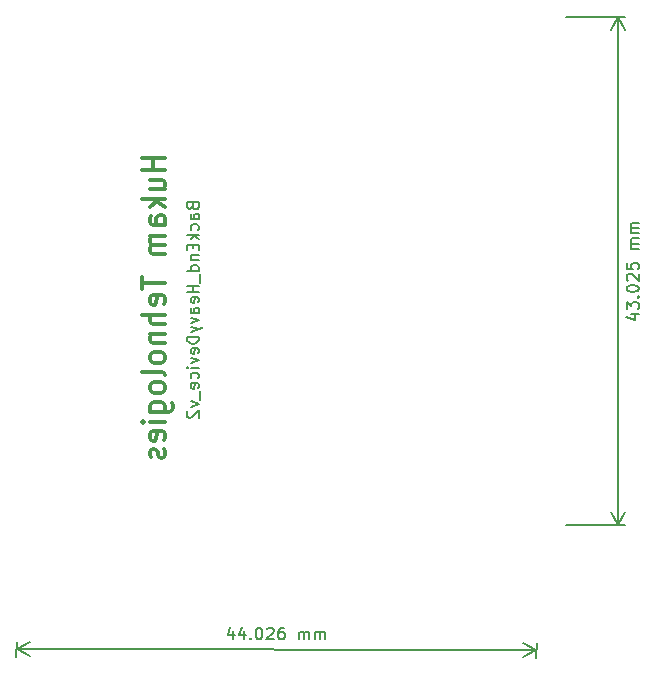
<source format=gbr>
G04 #@! TF.GenerationSoftware,KiCad,Pcbnew,5.1.7-a382d34a8~88~ubuntu18.04.1*
G04 #@! TF.CreationDate,2021-07-23T19:11:00+05:30*
G04 #@! TF.ProjectId,BackEnd_HeavyDevice_v2,4261636b-456e-4645-9f48-656176794465,rev?*
G04 #@! TF.SameCoordinates,Original*
G04 #@! TF.FileFunction,OtherDrawing,Comment*
%FSLAX46Y46*%
G04 Gerber Fmt 4.6, Leading zero omitted, Abs format (unit mm)*
G04 Created by KiCad (PCBNEW 5.1.7-a382d34a8~88~ubuntu18.04.1) date 2021-07-23 19:11:00*
%MOMM*%
%LPD*%
G01*
G04 APERTURE LIST*
%ADD10C,0.150000*%
%ADD11C,0.200000*%
%ADD12C,0.300000*%
G04 APERTURE END LIST*
D10*
X159653245Y-117933514D02*
X160319910Y-117934577D01*
X159271913Y-118171002D02*
X159985818Y-118410235D01*
X159986805Y-117791188D01*
X159320595Y-117504412D02*
X159321582Y-116885365D01*
X159702002Y-117219305D01*
X159702230Y-117076448D01*
X159750001Y-116981286D01*
X159797695Y-116933743D01*
X159893009Y-116886276D01*
X160131104Y-116886655D01*
X160226266Y-116934426D01*
X160273809Y-116982121D01*
X160321277Y-117077435D01*
X160320821Y-117363149D01*
X160273050Y-117458311D01*
X160225356Y-117505854D01*
X160227025Y-116458236D02*
X160274720Y-116410693D01*
X160322263Y-116458388D01*
X160274568Y-116505931D01*
X160227025Y-116458236D01*
X160322263Y-116458388D01*
X159323327Y-115790128D02*
X159323479Y-115694890D01*
X159371250Y-115599728D01*
X159418945Y-115552185D01*
X159514259Y-115504718D01*
X159704810Y-115457403D01*
X159942905Y-115457782D01*
X160133305Y-115505705D01*
X160228468Y-115553475D01*
X160276011Y-115601170D01*
X160323478Y-115696484D01*
X160323326Y-115791722D01*
X160275555Y-115886884D01*
X160227860Y-115934427D01*
X160132546Y-115981895D01*
X159941995Y-116029210D01*
X159703900Y-116028830D01*
X159513500Y-115980908D01*
X159418338Y-115933137D01*
X159370794Y-115885442D01*
X159323327Y-115790128D01*
X159419704Y-115075995D02*
X159372161Y-115028300D01*
X159324694Y-114932986D01*
X159325073Y-114694892D01*
X159372844Y-114599729D01*
X159420539Y-114552186D01*
X159515853Y-114504719D01*
X159611091Y-114504871D01*
X159753872Y-114552718D01*
X160324389Y-115125056D01*
X160325375Y-114506010D01*
X159326819Y-113599655D02*
X159326060Y-114075845D01*
X159802174Y-114124223D01*
X159754631Y-114076528D01*
X159707163Y-113981214D01*
X159707543Y-113743119D01*
X159755314Y-113647957D01*
X159803009Y-113600414D01*
X159898323Y-113552947D01*
X160136417Y-113553326D01*
X160231580Y-113601097D01*
X160279123Y-113648792D01*
X160326590Y-113744106D01*
X160326210Y-113982201D01*
X160278440Y-114077363D01*
X160230745Y-114124906D01*
X160328791Y-112363155D02*
X159662125Y-112362092D01*
X159757363Y-112362244D02*
X159709820Y-112314549D01*
X159662353Y-112219235D01*
X159662581Y-112076379D01*
X159710351Y-111981216D01*
X159805665Y-111933749D01*
X160329474Y-111934584D01*
X159805665Y-111933749D02*
X159710503Y-111885978D01*
X159663036Y-111790665D01*
X159663264Y-111647808D01*
X159711034Y-111552646D01*
X159806348Y-111505178D01*
X160330157Y-111506013D01*
X160330916Y-111029823D02*
X159664250Y-111028761D01*
X159759488Y-111028913D02*
X159711945Y-110981218D01*
X159664478Y-110885904D01*
X159664706Y-110743047D01*
X159712477Y-110647885D01*
X159807791Y-110600418D01*
X160331599Y-110601253D01*
X159807791Y-110600418D02*
X159712628Y-110552647D01*
X159665161Y-110457333D01*
X159665389Y-110314476D01*
X159713160Y-110219314D01*
X159808474Y-110171847D01*
X160332282Y-110172682D01*
X158539087Y-135777652D02*
X158607667Y-92752592D01*
X154127200Y-135770620D02*
X159125507Y-135778587D01*
X154195780Y-92745560D02*
X159194087Y-92753527D01*
X158607667Y-92752592D02*
X159192291Y-93880029D01*
X158607667Y-92752592D02*
X158019451Y-93878160D01*
X158539087Y-135777652D02*
X159127303Y-134652084D01*
X158539087Y-135777652D02*
X157954463Y-134650215D01*
X125991213Y-144777813D02*
X125990521Y-145444479D01*
X125753514Y-144396614D02*
X125514677Y-145110652D01*
X126133724Y-145111295D01*
X126943594Y-144778802D02*
X126942901Y-145445468D01*
X126705894Y-144397603D02*
X126467057Y-145111641D01*
X127086105Y-145112284D01*
X127466810Y-145350774D02*
X127514379Y-145398443D01*
X127466711Y-145446012D01*
X127419141Y-145398344D01*
X127466810Y-145350774D01*
X127466711Y-145446012D01*
X128134415Y-144446705D02*
X128229654Y-144446804D01*
X128324842Y-144494522D01*
X128372412Y-144542191D01*
X128419932Y-144637478D01*
X128467353Y-144828004D01*
X128467106Y-145066099D01*
X128419289Y-145256525D01*
X128371571Y-145351714D01*
X128323903Y-145399284D01*
X128228615Y-145446804D01*
X128133377Y-145446705D01*
X128038188Y-145398987D01*
X127990619Y-145351318D01*
X127943099Y-145256031D01*
X127895678Y-145065505D01*
X127895925Y-144827410D01*
X127943742Y-144636984D01*
X127991460Y-144541795D01*
X128039128Y-144494225D01*
X128134415Y-144446705D01*
X128848602Y-144542685D02*
X128896270Y-144495116D01*
X128991558Y-144447595D01*
X129229653Y-144447843D01*
X129324842Y-144495561D01*
X129372411Y-144543229D01*
X129419931Y-144638517D01*
X129419832Y-144733755D01*
X129372065Y-144876562D01*
X128800043Y-145447397D01*
X129419091Y-145448040D01*
X130277271Y-144448931D02*
X130086795Y-144448733D01*
X129991508Y-144496253D01*
X129943839Y-144543823D01*
X129848453Y-144686581D01*
X129800636Y-144877007D01*
X129800241Y-145257959D01*
X129847761Y-145353247D01*
X129895330Y-145400915D01*
X129990519Y-145448633D01*
X130180995Y-145448831D01*
X130276282Y-145401311D01*
X130323951Y-145353741D01*
X130371669Y-145258553D01*
X130371916Y-145020458D01*
X130324396Y-144925170D01*
X130276826Y-144877502D01*
X130181638Y-144829784D01*
X129991162Y-144829586D01*
X129895874Y-144877106D01*
X129848206Y-144924676D01*
X129800488Y-145019864D01*
X131561947Y-145450265D02*
X131562639Y-144783599D01*
X131562540Y-144878837D02*
X131610208Y-144831267D01*
X131705496Y-144783747D01*
X131848353Y-144783896D01*
X131943542Y-144831614D01*
X131991062Y-144926901D01*
X131990518Y-145450710D01*
X131991062Y-144926901D02*
X132038780Y-144831712D01*
X132134067Y-144784192D01*
X132276924Y-144784341D01*
X132372113Y-144832059D01*
X132419633Y-144927346D01*
X132419089Y-145451155D01*
X132895279Y-145451650D02*
X132895972Y-144784984D01*
X132895873Y-144880222D02*
X132943541Y-144832652D01*
X133038829Y-144785132D01*
X133181686Y-144785280D01*
X133276874Y-144832998D01*
X133324394Y-144928286D01*
X133323850Y-145452095D01*
X133324394Y-144928286D02*
X133372112Y-144833097D01*
X133467400Y-144785577D01*
X133610257Y-144785725D01*
X133705445Y-144833443D01*
X133752966Y-144928731D01*
X133752422Y-145452540D01*
X107643396Y-146273046D02*
X151669216Y-146318766D01*
X107642660Y-146982180D02*
X107644005Y-145686626D01*
X151668480Y-147027900D02*
X151669825Y-145732346D01*
X151669216Y-146318766D02*
X150542104Y-146904017D01*
X151669216Y-146318766D02*
X150543322Y-145731176D01*
X107643396Y-146273046D02*
X108769290Y-146860636D01*
X107643396Y-146273046D02*
X108770508Y-145687795D01*
D11*
X122547071Y-108779135D02*
X122594690Y-108921992D01*
X122642309Y-108969611D01*
X122737547Y-109017230D01*
X122880404Y-109017230D01*
X122975642Y-108969611D01*
X123023261Y-108921992D01*
X123070880Y-108826754D01*
X123070880Y-108445801D01*
X122070880Y-108445801D01*
X122070880Y-108779135D01*
X122118500Y-108874373D01*
X122166119Y-108921992D01*
X122261357Y-108969611D01*
X122356595Y-108969611D01*
X122451833Y-108921992D01*
X122499452Y-108874373D01*
X122547071Y-108779135D01*
X122547071Y-108445801D01*
X123070880Y-109874373D02*
X122547071Y-109874373D01*
X122451833Y-109826754D01*
X122404214Y-109731516D01*
X122404214Y-109541040D01*
X122451833Y-109445801D01*
X123023261Y-109874373D02*
X123070880Y-109779135D01*
X123070880Y-109541040D01*
X123023261Y-109445801D01*
X122928023Y-109398182D01*
X122832785Y-109398182D01*
X122737547Y-109445801D01*
X122689928Y-109541040D01*
X122689928Y-109779135D01*
X122642309Y-109874373D01*
X123023261Y-110779135D02*
X123070880Y-110683897D01*
X123070880Y-110493420D01*
X123023261Y-110398182D01*
X122975642Y-110350563D01*
X122880404Y-110302944D01*
X122594690Y-110302944D01*
X122499452Y-110350563D01*
X122451833Y-110398182D01*
X122404214Y-110493420D01*
X122404214Y-110683897D01*
X122451833Y-110779135D01*
X123070880Y-111207706D02*
X122070880Y-111207706D01*
X122689928Y-111302944D02*
X123070880Y-111588659D01*
X122404214Y-111588659D02*
X122785166Y-111207706D01*
X122547071Y-112017230D02*
X122547071Y-112350563D01*
X123070880Y-112493420D02*
X123070880Y-112017230D01*
X122070880Y-112017230D01*
X122070880Y-112493420D01*
X122404214Y-112921992D02*
X123070880Y-112921992D01*
X122499452Y-112921992D02*
X122451833Y-112969611D01*
X122404214Y-113064849D01*
X122404214Y-113207706D01*
X122451833Y-113302944D01*
X122547071Y-113350563D01*
X123070880Y-113350563D01*
X123070880Y-114255325D02*
X122070880Y-114255325D01*
X123023261Y-114255325D02*
X123070880Y-114160087D01*
X123070880Y-113969611D01*
X123023261Y-113874373D01*
X122975642Y-113826754D01*
X122880404Y-113779135D01*
X122594690Y-113779135D01*
X122499452Y-113826754D01*
X122451833Y-113874373D01*
X122404214Y-113969611D01*
X122404214Y-114160087D01*
X122451833Y-114255325D01*
X123166119Y-114493420D02*
X123166119Y-115255325D01*
X123070880Y-115493420D02*
X122070880Y-115493420D01*
X122547071Y-115493420D02*
X122547071Y-116064849D01*
X123070880Y-116064849D02*
X122070880Y-116064849D01*
X123023261Y-116921992D02*
X123070880Y-116826754D01*
X123070880Y-116636278D01*
X123023261Y-116541040D01*
X122928023Y-116493420D01*
X122547071Y-116493420D01*
X122451833Y-116541040D01*
X122404214Y-116636278D01*
X122404214Y-116826754D01*
X122451833Y-116921992D01*
X122547071Y-116969611D01*
X122642309Y-116969611D01*
X122737547Y-116493420D01*
X123070880Y-117826754D02*
X122547071Y-117826754D01*
X122451833Y-117779135D01*
X122404214Y-117683897D01*
X122404214Y-117493420D01*
X122451833Y-117398182D01*
X123023261Y-117826754D02*
X123070880Y-117731516D01*
X123070880Y-117493420D01*
X123023261Y-117398182D01*
X122928023Y-117350563D01*
X122832785Y-117350563D01*
X122737547Y-117398182D01*
X122689928Y-117493420D01*
X122689928Y-117731516D01*
X122642309Y-117826754D01*
X122404214Y-118207706D02*
X123070880Y-118445801D01*
X122404214Y-118683897D01*
X122404214Y-118969611D02*
X123070880Y-119207706D01*
X122404214Y-119445801D02*
X123070880Y-119207706D01*
X123308976Y-119112468D01*
X123356595Y-119064849D01*
X123404214Y-118969611D01*
X123070880Y-119826754D02*
X122070880Y-119826754D01*
X122070880Y-120064849D01*
X122118500Y-120207706D01*
X122213738Y-120302944D01*
X122308976Y-120350563D01*
X122499452Y-120398182D01*
X122642309Y-120398182D01*
X122832785Y-120350563D01*
X122928023Y-120302944D01*
X123023261Y-120207706D01*
X123070880Y-120064849D01*
X123070880Y-119826754D01*
X123023261Y-121207706D02*
X123070880Y-121112468D01*
X123070880Y-120921992D01*
X123023261Y-120826754D01*
X122928023Y-120779135D01*
X122547071Y-120779135D01*
X122451833Y-120826754D01*
X122404214Y-120921992D01*
X122404214Y-121112468D01*
X122451833Y-121207706D01*
X122547071Y-121255325D01*
X122642309Y-121255325D01*
X122737547Y-120779135D01*
X122404214Y-121588659D02*
X123070880Y-121826754D01*
X122404214Y-122064849D01*
X123070880Y-122445801D02*
X122404214Y-122445801D01*
X122070880Y-122445801D02*
X122118500Y-122398182D01*
X122166119Y-122445801D01*
X122118500Y-122493420D01*
X122070880Y-122445801D01*
X122166119Y-122445801D01*
X123023261Y-123350563D02*
X123070880Y-123255325D01*
X123070880Y-123064849D01*
X123023261Y-122969611D01*
X122975642Y-122921992D01*
X122880404Y-122874373D01*
X122594690Y-122874373D01*
X122499452Y-122921992D01*
X122451833Y-122969611D01*
X122404214Y-123064849D01*
X122404214Y-123255325D01*
X122451833Y-123350563D01*
X123023261Y-124160087D02*
X123070880Y-124064849D01*
X123070880Y-123874373D01*
X123023261Y-123779135D01*
X122928023Y-123731516D01*
X122547071Y-123731516D01*
X122451833Y-123779135D01*
X122404214Y-123874373D01*
X122404214Y-124064849D01*
X122451833Y-124160087D01*
X122547071Y-124207706D01*
X122642309Y-124207706D01*
X122737547Y-123731516D01*
X123166119Y-124398182D02*
X123166119Y-125160087D01*
X122404214Y-125302944D02*
X123070880Y-125541040D01*
X122404214Y-125779135D01*
X122166119Y-126112468D02*
X122118500Y-126160087D01*
X122070880Y-126255325D01*
X122070880Y-126493420D01*
X122118500Y-126588659D01*
X122166119Y-126636278D01*
X122261357Y-126683897D01*
X122356595Y-126683897D01*
X122499452Y-126636278D01*
X123070880Y-126064849D01*
X123070880Y-126683897D01*
D12*
X120256821Y-104657205D02*
X118256821Y-104657205D01*
X119209202Y-104657205D02*
X119209202Y-105685777D01*
X120256821Y-105685777D02*
X118256821Y-105685777D01*
X118923488Y-107314348D02*
X120256821Y-107314348D01*
X118923488Y-106542920D02*
X119971107Y-106542920D01*
X120161583Y-106628634D01*
X120256821Y-106800062D01*
X120256821Y-107057205D01*
X120161583Y-107228634D01*
X120066345Y-107314348D01*
X120256821Y-108171491D02*
X118256821Y-108171491D01*
X119494917Y-108342920D02*
X120256821Y-108857205D01*
X118923488Y-108857205D02*
X119685393Y-108171491D01*
X120256821Y-110400062D02*
X119209202Y-110400062D01*
X119018726Y-110314348D01*
X118923488Y-110142920D01*
X118923488Y-109800062D01*
X119018726Y-109628634D01*
X120161583Y-110400062D02*
X120256821Y-110228634D01*
X120256821Y-109800062D01*
X120161583Y-109628634D01*
X119971107Y-109542920D01*
X119780631Y-109542920D01*
X119590155Y-109628634D01*
X119494917Y-109800062D01*
X119494917Y-110228634D01*
X119399679Y-110400062D01*
X120256821Y-111257205D02*
X118923488Y-111257205D01*
X119113964Y-111257205D02*
X119018726Y-111342920D01*
X118923488Y-111514348D01*
X118923488Y-111771491D01*
X119018726Y-111942920D01*
X119209202Y-112028634D01*
X120256821Y-112028634D01*
X119209202Y-112028634D02*
X119018726Y-112114348D01*
X118923488Y-112285777D01*
X118923488Y-112542920D01*
X119018726Y-112714348D01*
X119209202Y-112800062D01*
X120256821Y-112800062D01*
X118256821Y-114771491D02*
X118256821Y-115800062D01*
X120256821Y-115285777D02*
X118256821Y-115285777D01*
X120161583Y-117085777D02*
X120256821Y-116914348D01*
X120256821Y-116571491D01*
X120161583Y-116400062D01*
X119971107Y-116314348D01*
X119209202Y-116314348D01*
X119018726Y-116400062D01*
X118923488Y-116571491D01*
X118923488Y-116914348D01*
X119018726Y-117085777D01*
X119209202Y-117171491D01*
X119399679Y-117171491D01*
X119590155Y-116314348D01*
X120256821Y-117942920D02*
X118256821Y-117942920D01*
X120256821Y-118714348D02*
X119209202Y-118714348D01*
X119018726Y-118628634D01*
X118923488Y-118457205D01*
X118923488Y-118200062D01*
X119018726Y-118028634D01*
X119113964Y-117942920D01*
X118923488Y-119571491D02*
X120256821Y-119571491D01*
X119113964Y-119571491D02*
X119018726Y-119657205D01*
X118923488Y-119828634D01*
X118923488Y-120085777D01*
X119018726Y-120257205D01*
X119209202Y-120342920D01*
X120256821Y-120342920D01*
X120256821Y-121457205D02*
X120161583Y-121285777D01*
X120066345Y-121200062D01*
X119875869Y-121114348D01*
X119304440Y-121114348D01*
X119113964Y-121200062D01*
X119018726Y-121285777D01*
X118923488Y-121457205D01*
X118923488Y-121714348D01*
X119018726Y-121885777D01*
X119113964Y-121971491D01*
X119304440Y-122057205D01*
X119875869Y-122057205D01*
X120066345Y-121971491D01*
X120161583Y-121885777D01*
X120256821Y-121714348D01*
X120256821Y-121457205D01*
X120256821Y-123085777D02*
X120161583Y-122914348D01*
X119971107Y-122828634D01*
X118256821Y-122828634D01*
X120256821Y-124028634D02*
X120161583Y-123857205D01*
X120066345Y-123771491D01*
X119875869Y-123685777D01*
X119304440Y-123685777D01*
X119113964Y-123771491D01*
X119018726Y-123857205D01*
X118923488Y-124028634D01*
X118923488Y-124285777D01*
X119018726Y-124457205D01*
X119113964Y-124542920D01*
X119304440Y-124628634D01*
X119875869Y-124628634D01*
X120066345Y-124542920D01*
X120161583Y-124457205D01*
X120256821Y-124285777D01*
X120256821Y-124028634D01*
X118923488Y-126171491D02*
X120542536Y-126171491D01*
X120733012Y-126085777D01*
X120828250Y-126000062D01*
X120923488Y-125828634D01*
X120923488Y-125571491D01*
X120828250Y-125400062D01*
X120161583Y-126171491D02*
X120256821Y-126000062D01*
X120256821Y-125657205D01*
X120161583Y-125485777D01*
X120066345Y-125400062D01*
X119875869Y-125314348D01*
X119304440Y-125314348D01*
X119113964Y-125400062D01*
X119018726Y-125485777D01*
X118923488Y-125657205D01*
X118923488Y-126000062D01*
X119018726Y-126171491D01*
X120256821Y-127028634D02*
X118923488Y-127028634D01*
X118256821Y-127028634D02*
X118352060Y-126942920D01*
X118447298Y-127028634D01*
X118352060Y-127114348D01*
X118256821Y-127028634D01*
X118447298Y-127028634D01*
X120161583Y-128571491D02*
X120256821Y-128400062D01*
X120256821Y-128057205D01*
X120161583Y-127885777D01*
X119971107Y-127800062D01*
X119209202Y-127800062D01*
X119018726Y-127885777D01*
X118923488Y-128057205D01*
X118923488Y-128400062D01*
X119018726Y-128571491D01*
X119209202Y-128657205D01*
X119399679Y-128657205D01*
X119590155Y-127800062D01*
X120161583Y-129342920D02*
X120256821Y-129514348D01*
X120256821Y-129857205D01*
X120161583Y-130028634D01*
X119971107Y-130114348D01*
X119875869Y-130114348D01*
X119685393Y-130028634D01*
X119590155Y-129857205D01*
X119590155Y-129600062D01*
X119494917Y-129428634D01*
X119304440Y-129342920D01*
X119209202Y-129342920D01*
X119018726Y-129428634D01*
X118923488Y-129600062D01*
X118923488Y-129857205D01*
X119018726Y-130028634D01*
M02*

</source>
